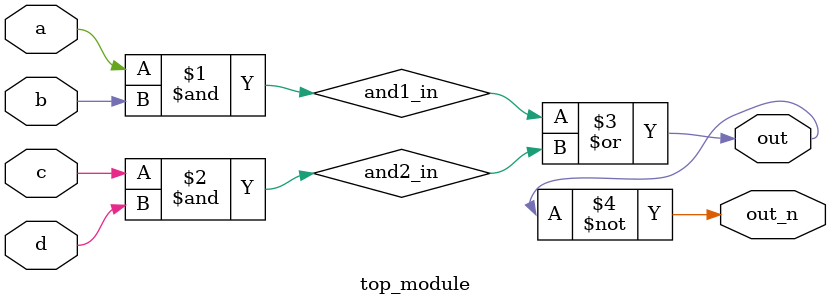
<source format=sv>
/*
Implement the following circuit. Create two intermediate wires (named anything you want) to connect the AND and OR gates together. Note that the wire that feeds the NOT gate is really wire out, so you do not necessarily need to declare a third wire here. Notice how wires are driven by exactly one source (output of a gate), but can feed multiple inputs.

If you're following the circuit structure in the diagram, you should end up with four assign statements, as there are four signals that need a value assigned.
*/

`default_nettype none
module top_module(
    input a,
    input b,
    input c,
    input d,
    output out,
    output out_n   ); 
wire and1_in,and2_in;
    assign and1_in=a&b;
    assign and2_in=c&d;
    
    assign out=and1_in | and2_in;
    assign out_n=~out;
endmodule

</source>
